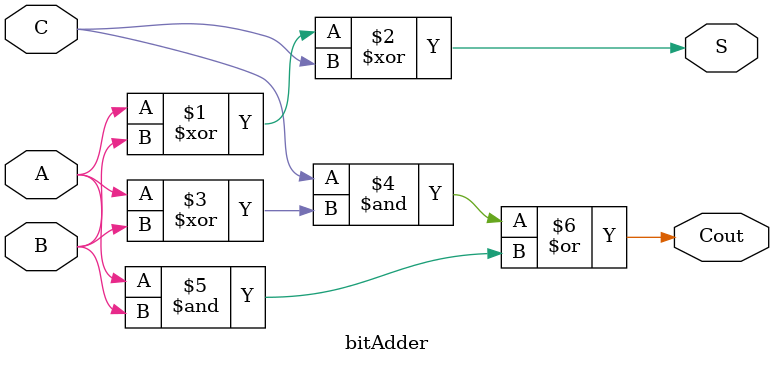
<source format=sv>
`ifndef BITADD
`define BITADD
module bitAdder (
    input wire A, B, C,
    output wire S,Cout
);
    assign S = A ^ B ^ C;
    assign Cout = C & (A ^ B) | (A & B);
endmodule

`endif

</source>
